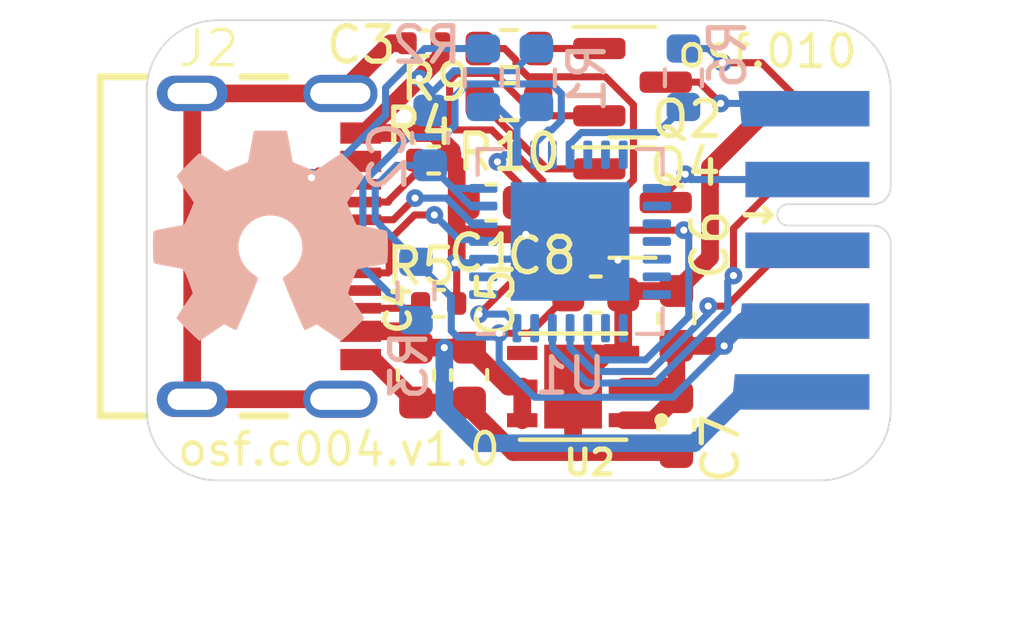
<source format=kicad_pcb>
(kicad_pcb (version 20221018) (generator pcbnew)
  (layers (0 "F.Cu" signal) (31 "B.Cu" signal) (34 "B.Paste" user) (35 "F.Paste" user) (36 "B.SilkS" user "B.Silkscreen") (37 "F.SilkS" user "F.Silkscreen") (38 "B.Mask" user) (39 "F.Mask" user) (44 "Edge.Cuts" user))
  (net 0 "")
  (net 1 "Net-(C3-Pad1)")
  (net 2 "GND")
  (net 3 "+5V")
  (net 4 "+3.3V")
  (net 5 "Net-(J2-CC1)")
  (net 6 "Net-(J2-CC2)")
  (net 7 "/cp2102/RTS")
  (net 8 "Net-(Q2-G)")
  (net 9 "/cp2102/DTR")
  (net 10 "Net-(Q4-G)")
  (net 13 "/cp2102/USB_DP")
  (net 14 "/cp2102/USB_DM")
  (net 15 "Net-(U1-VBUS)")
  (net 16 "/cp2102/~{reset}")
  (net 18 "Net-(U1-~{SUSPEND})")
  (net 31 "/cp2102/UART_RX")
  (net 32 "/cp2102/USRT_TX")
  (net 34 "/ldo/PG")
  (net 36 "Net-(J1-CS{slash}EN)")
  (net 37 "Net-(J1-~{RESET})")
  (footprint "Capacitor_SMD:C_0603_1608Metric" (layer "F.Cu") (at 147.6 100.025 -90)
    (fp_text reference "C4" (at -1.875 0.5 90) (layer "F.SilkS") (effects (font (size 0.7 0.7))))
    (fp_text value "1uF")
    (pad "1" smd roundrect (at -0.775 0 270) (size 0.9 0.95) (layers "F.Cu" "F.Paste" "F.Mask") (net 3 "+5V"))
    (pad "2" smd roundrect (at 0.775 0 270) (size 0.9 0.95) (layers "F.Cu" "F.Paste" "F.Mask") (net 2 "GND"))
  )
  (footprint "Capacitor_SMD:C_0603_1608Metric" (layer "F.Cu") (at 149.725 95.15 180)
    (fp_text reference "C1" (at 0.225 -1.43) (layer "F.SilkS"))
    (fp_text value "1uF")
    (pad "1" smd roundrect (at -0.775 0 180) (size 0.9 0.95) (layers "F.Cu" "F.Paste" "F.Mask") (net 15 "Net-(U1-VBUS)"))
    (pad "2" smd roundrect (at 0.775 0 180) (size 0.9 0.95) (layers "F.Cu" "F.Paste" "F.Mask") (net 2 "GND"))
  )
  (footprint "Capacitor_SMD:C_0402_1005Metric" (layer "F.Cu") (at 147.82 90.65)
    (fp_text reference "C3" (at -1.77 0.05) (layer "F.SilkS"))
    (fp_text value "100pF")
    (pad "1" smd roundrect (at -0.48 0) (size 0.56 0.62) (layers "F.Cu" "F.Paste" "F.Mask") (net 1 "Net-(C3-Pad1)"))
    (pad "2" smd roundrect (at 0.48 0) (size 0.56 0.62) (layers "F.Cu" "F.Paste" "F.Mask") (net 2 "GND"))
  )
  (footprint "Capacitor_SMD:C_0603_1608Metric" (layer "F.Cu") (at 149.1 100.025 -90)
    (fp_text reference "C5" (at -2.025 -0.75 90) (layer "F.SilkS"))
    (fp_text value "10uF")
    (pad "1" smd roundrect (at -0.775 0 270) (size 0.9 0.95) (layers "F.Cu" "F.Paste" "F.Mask") (net 3 "+5V"))
    (pad "2" smd roundrect (at 0.775 0 270) (size 0.9 0.95) (layers "F.Cu" "F.Paste" "F.Mask") (net 2 "GND"))
  )
  (footprint "Resistor_SMD:R_0603_1608Metric" (layer "F.Cu") (at 150.225 92.3 180)
    (fp_text reference "R10" (at 0 -1.43) (layer "F.SilkS"))
    (fp_text value "0R")
    (pad "1" smd roundrect (at -0.825 0 180) (size 0.8 0.95) (layers "F.Cu" "F.Paste" "F.Mask") (net 9 "/cp2102/DTR"))
    (pad "2" smd roundrect (at 0.825 0 180) (size 0.8 0.95) (layers "F.Cu" "F.Paste" "F.Mask") (net 10 "Net-(Q4-G)"))
  )
  (footprint "b051:GCT_USB4105-GF-A" (layer "F.Cu") (at 141.285 96.3875 -90)
    (fp_text reference "J2" (at -5.5875 -0.465) (layer "F.SilkS") (effects (font (thickness 0.1))))
    (fp_text value "USB4105-GF-A")
    (pad "" np_thru_hole circle (at -2.89 -3.68 270) (size 0.65 0.65) (drill 0.65) (layers "*.Cu" "*.Mask"))
    (pad "" np_thru_hole circle (at 2.89 -3.68 270) (size 0.65 0.65) (drill 0.65) (layers "*.Cu" "*.Mask"))
    (pad "A1/B12" smd rect (at -3.2 -4.755 270) (size 0.6 1.15) (layers "F.Cu" "F.Paste" "F.Mask") (net 2 "GND"))
    (pad "A4/B9" smd rect (at -2.4 -4.755 270) (size 0.6 1.15) (layers "F.Cu" "F.Paste" "F.Mask") (net 3 "+5V"))
    (pad "A5" smd rect (at -1.25 -4.755 270) (size 0.3 1.15) (layers "F.Cu" "F.Paste" "F.Mask") (net 5 "Net-(J2-CC1)"))
    (pad "A6" smd rect (at -0.25 -4.755 270) (size 0.3 1.15) (layers "F.Cu" "F.Paste" "F.Mask") (net 13 "/cp2102/USB_DP"))
    (pad "A7" smd rect (at 0.25 -4.755 270) (size 0.3 1.15) (layers "F.Cu" "F.Paste" "F.Mask") (net 14 "/cp2102/USB_DM"))
    (pad "A8" smd rect (at 1.25 -4.755 270) (size 0.3 1.15) (layers "F.Cu" "F.Paste" "F.Mask"))
    (pad "B1/A12" smd rect (at 3.2 -4.755 270) (size 0.6 1.15) (layers "F.Cu" "F.Paste" "F.Mask") (net 2 "GND"))
    (pad "B4/A9" smd rect (at 2.4 -4.755 270) (size 0.6 1.15) (layers "F.Cu" "F.Paste" "F.Mask") (net 3 "+5V"))
    (pad "B5" smd rect (at 1.75 -4.755 270) (size 0.3 1.15) (layers "F.Cu" "F.Paste" "F.Mask") (net 6 "Net-(J2-CC2)"))
    (pad "B6" smd rect (at 0.75 -4.755 270) (size 0.3 1.15) (layers "F.Cu" "F.Paste" "F.Mask") (net 13 "/cp2102/USB_DP"))
    (pad "B7" smd rect (at -0.75 -4.755 270) (size 0.3 1.15) (layers "F.Cu" "F.Paste" "F.Mask") (net 14 "/cp2102/USB_DM"))
    (pad "B8" smd rect (at -1.75 -4.755 270) (size 0.3 1.15) (layers "F.Cu" "F.Paste" "F.Mask"))
    (pad "G1" thru_hole oval (at -4.32 0 270) (size 1 2) (drill oval 0.6 1.4) (layers "*.Cu" "*.Mask") (net 1 "Net-(C3-Pad1)"))
    (pad "G2" thru_hole oval (at 4.32 0 270) (size 1 2) (drill oval 0.6 1.4) (layers "*.Cu" "*.Mask") (net 1 "Net-(C3-Pad1)"))
    (pad "G3" thru_hole oval (at -4.32 -4.18 270) (size 1.05 2.1) (drill oval 0.6 1.7) (layers "*.Cu" "*.Mask") (net 1 "Net-(C3-Pad1)"))
    (pad "G4" thru_hole oval (at 4.32 -4.18 270) (size 1.05 2.1) (drill oval 0.6 1.7) (layers "*.Cu" "*.Mask") (net 1 "Net-(C3-Pad1)"))
  )
  (footprint "Capacitor_SMD:C_0603_1608Metric" (layer "F.Cu") (at 152.675 97.75)
    (fp_text reference "C8" (at -1.525 -1.1) (layer "F.SilkS"))
    (fp_text value "1uF")
    (pad "1" smd roundrect (at -0.775 0) (size 0.9 0.95) (layers "F.Cu" "F.Paste" "F.Mask") (net 4 "+3.3V"))
    (pad "2" smd roundrect (at 0.775 0) (size 0.9 0.95) (layers "F.Cu" "F.Paste" "F.Mask") (net 2 "GND"))
  )
  (footprint "Capacitor_SMD:C_0603_1608Metric" (layer "F.Cu") (at 154.95 101.425 -90)
    (fp_text reference "C7" (at 0.675 -1.25 90) (layer "F.SilkS"))
    (fp_text value "10uF")
    (pad "1" smd roundrect (at -0.775 0 270) (size 0.9 0.95) (layers "F.Cu" "F.Paste" "F.Mask") (net 4 "+3.3V"))
    (pad "2" smd roundrect (at 0.775 0 270) (size 0.9 0.95) (layers "F.Cu" "F.Paste" "F.Mask") (net 2 "GND"))
  )
  (footprint "Package_TO_SOT_SMD:SOT-23" (layer "F.Cu") (at 153.7125 95.15)
    (fp_text reference "Q4" (at 1.4875 -1) (layer "F.SilkS"))
    (fp_text value "NXV55UN")
    (pad "1" smd roundrect (at -0.9375 -0.95) (size 1.475 0.6) (layers "F.Cu" "F.Paste" "F.Mask") (net 10 "Net-(Q4-G)"))
    (pad "2" smd roundrect (at -0.9375 0.95) (size 1.475 0.6) (layers "F.Cu" "F.Paste" "F.Mask") (net 7 "/cp2102/RTS"))
    (pad "3" smd roundrect (at 0.9375 0) (size 1.475 0.6) (layers "F.Cu" "F.Paste" "F.Mask") (net 37 "Net-(J1-~{RESET})"))
  )
  (footprint "Resistor_SMD:R_0402_1005Metric" (layer "F.Cu") (at 148.24 98)
    (fp_text reference "R5" (at -0.49 -1.05) (layer "F.SilkS"))
    (fp_text value "5.1k")
    (pad "1" smd roundrect (at -0.51 0) (size 0.54 0.64) (layers "F.Cu" "F.Paste" "F.Mask") (net 6 "Net-(J2-CC2)"))
    (pad "2" smd roundrect (at 0.51 0) (size 0.54 0.64) (layers "F.Cu" "F.Paste" "F.Mask") (net 2 "GND"))
  )
  (footprint "b121:SON95P300X300X100-7N" (layer "F.Cu") (at 152.035 100.35 180)
    (fp_text reference "U2" (at -0.465 -2.15) (layer "F.SilkS") (effects (font (size 0.7 0.7))))
    (fp_text value "LD39200PU33R")
    (pad "1" smd roundrect (at -1.435 -0.95 180) (size 0.86 0.4) (layers "F.Cu" "F.Paste" "F.Mask") (roundrect_rratio 0.05) (net 4 "+3.3V"))
    (pad "2" smd roundrect (at -1.435 0 180) (size 0.86 0.4) (layers "F.Cu" "F.Paste" "F.Mask") (roundrect_rratio 0.05) (net 4 "+3.3V"))
    (pad "3" smd roundrect (at -1.435 0.95 180) (size 0.86 0.4) (layers "F.Cu" "F.Paste" "F.Mask") (roundrect_rratio 0.05) (net 2 "GND"))
    (pad "4" smd roundrect (at 1.435 0.95 180) (size 0.86 0.4) (layers "F.Cu" "F.Paste" "F.Mask") (roundrect_rratio 0.05) (net 34 "/ldo/PG"))
    (pad "5" smd roundrect (at 1.435 0 180) (size 0.86 0.4) (layers "F.Cu" "F.Paste" "F.Mask") (roundrect_rratio 0.05) (net 3 "+5V"))
    (pad "6" smd roundrect (at 1.435 -0.95 180) (size 0.86 0.4) (layers "F.Cu" "F.Paste" "F.Mask") (roundrect_rratio 0.05) (net 3 "+5V"))
    (pad "7" smd rect (at 0 0 180) (size 1.63 2.37) (layers "F.Cu" "F.Mask") (net 2 "GND"))
  )
  (footprint "Capacitor_SMD:C_0603_1608Metric" (layer "F.Cu") (at 154.95 98.425 90)
    (fp_text reference "C6" (at 2.075 0.95 90) (layer "F.SilkS"))
    (fp_text value "10uF")
    (pad "1" smd roundrect (at -0.775 0 90) (size 0.9 0.95) (layers "F.Cu" "F.Paste" "F.Mask") (net 4 "+3.3V"))
    (pad "2" smd roundrect (at 0.775 0 90) (size 0.9 0.95) (layers "F.Cu" "F.Paste" "F.Mask") (net 2 "GND"))
  )
  (footprint "Resistor_SMD:R_0603_1608Metric" (layer "F.Cu") (at 150.225 90.8)
    (fp_text reference "R9" (at -2.075 0.95) (layer "F.SilkS"))
    (fp_text value "0R")
    (pad "1" smd roundrect (at -0.825 0) (size 0.8 0.95) (layers "F.Cu" "F.Paste" "F.Mask") (net 7 "/cp2102/RTS"))
    (pad "2" smd roundrect (at 0.825 0) (size 0.8 0.95) (layers "F.Cu" "F.Paste" "F.Mask") (net 8 "Net-(Q2-G)"))
  )
  (footprint "Resistor_SMD:R_0402_1005Metric" (layer "F.Cu") (at 148.1 93.95)
    (fp_text reference "R4" (at -0.39 -0.95) (layer "F.SilkS"))
    (fp_text value "5.1k")
    (pad "1" smd roundrect (at -0.51 0) (size 0.54 0.64) (layers "F.Cu" "F.Paste" "F.Mask") (net 5 "Net-(J2-CC1)"))
    (pad "2" smd roundrect (at 0.51 0) (size 0.54 0.64) (layers "F.Cu" "F.Paste" "F.Mask") (net 2 "GND"))
  )
  (footprint "Package_TO_SOT_SMD:SOT-23" (layer "F.Cu") (at 153.7125 91.75)
    (fp_text reference "Q2" (at 1.5375 1.05) (layer "F.SilkS"))
    (fp_text value "NXV55UN")
    (pad "1" smd roundrect (at -0.9375 -0.95) (size 1.475 0.6) (layers "F.Cu" "F.Paste" "F.Mask") (net 8 "Net-(Q2-G)"))
    (pad "2" smd roundrect (at -0.9375 0.95) (size 1.475 0.6) (layers "F.Cu" "F.Paste" "F.Mask") (net 9 "/cp2102/DTR"))
    (pad "3" smd roundrect (at 0.9375 0) (size 1.475 0.6) (layers "F.Cu" "F.Paste" "F.Mask") (net 36 "Net-(J1-CS{slash}EN)"))
  )
  (footprint "on_edge:on_edge_2x05_host" (layer "F.Cu") (at 161 96.5 -90)
    (fp_text reference "J1")
    (fp_text value "010_UART")
    (fp_line (start -4 0) (end -1.8 0) (stroke (width 0.05)) (layer "Edge.Cuts"))
    (fp_line (start -1.3 0.5) (end -1.3 2.9) (stroke (width 0.05)) (layer "Edge.Cuts"))
    (fp_line (start -0.7 2.9) (end -0.7 0.5) (stroke (width 0.05)) (layer "Edge.Cuts"))
    (fp_line (start -0.2 0) (end 4 0) (stroke (width 0.05)) (layer "Edge.Cuts"))
    (fp_arc (start -1.8 0) (mid -1.446447 0.146447) (end -1.3 0.5) (stroke (width 0.05)) (layer "Edge.Cuts"))
    (fp_arc (start -0.7 0.5) (mid -0.553553 0.146447) (end -0.2 0) (stroke (width 0.05)) (layer "Edge.Cuts"))
    (fp_arc (start -0.7 2.9) (mid -1 3.2) (end -1.3 2.9) (stroke (width 0.05)) (layer "Edge.Cuts"))
    (pad "1" smd rect (at -4 2.35 270) (size 1 3.5) (layers "F.Cu" "F.Mask") (net 2 "GND"))
    (pad "2" smd rect (at -2 2.35 270) (size 1 3.5) (layers "F.Cu" "F.Mask") (net 32 "/cp2102/USRT_TX"))
    (pad "3" smd rect (at 0 2.35 270) (size 1 3.5) (layers "F.Cu" "F.Mask") (net 31 "/cp2102/UART_RX"))
    (pad "4" smd rect (at 2 2.35 270) (size 1 3.5) (layers "F.Cu" "F.Mask"))
    (pad "5" smd rect (at 4 2.35 270) (size 1 3.5) (layers "F.Cu" "F.Mask"))
    (pad "6" smd custom (at -4 2.4 90) (size 1 3.6) (layers "B.Cu" "B.Mask") (net 36 "Net-(J1-CS{slash}EN)") (options (clearance outline) (anchor rect)) (primitives (gr_poly (pts (xy 0.5 -1.8) (xy -0.5 -1.8) (xy 0.5 -1.9)) (width 0) (fill yes))))
    (pad "7" smd rect (at -2 2.35 90) (size 1 3.5) (layers "B.Cu" "B.Mask") (net 37 "Net-(J1-~{RESET})"))
    (pad "8" smd rect (at 0 2.35 90) (size 1 3.5) (layers "B.Cu" "B.Mask"))
    (pad "9" smd custom (at 2 2.4 90) (size 1 3.6) (layers "B.Cu" "B.Mask") (net 4 "+3.3V") (options (clearance outline) (anchor rect)) (primitives (gr_poly (pts (xy 0.5 -1.8) (xy -0.5 -1.8) (xy -0.5 -1.9)) (width 0) (fill yes))))
    (pad "10" smd custom (at 4 2.5 90) (size 1 3.8) (layers "B.Cu" "B.Mask") (net 3 "+5V") (options (clearance outline) (anchor rect)) (primitives (gr_poly (pts (xy 0.5 -1.9) (xy -0.5 -1.9) (xy -0.5 -2)) (width 0) (fill yes))))
  )
  (footprint "Capacitor_SMD:C_0603_1608Metric" (layer "B.Cu") (at 148 93.325 90)
    (fp_text reference "C2" (at -0.525 -1.2 90) (layer "B.SilkS") (effects (justify mirror)))
    (fp_text value "10uF")
    (pad "1" smd roundrect (at -0.775 0 90) (size 0.9 0.95) (layers "B.Cu" "B.Paste" "B.Mask") (net 4 "+3.3V"))
    (pad "2" smd roundrect (at 0.775 0 90) (size 0.9 0.95) (layers "B.Cu" "B.Paste" "B.Mask") (net 2 "GND"))
  )
  (footprint "Resistor_SMD:R_0603_1608Metric" (layer "B.Cu") (at 149.5 91.625 -90)
    (fp_text reference "R2" (at -0.925 1.6 -180) (layer "B.SilkS") (effects (justify mirror)))
    (fp_text value "22.1k")
    (pad "1" smd roundrect (at -0.825 0 270) (size 0.8 0.95) (layers "B.Cu" "B.Paste" "B.Mask") (net 3 "+5V"))
    (pad "2" smd roundrect (at 0.825 0 270) (size 0.8 0.95) (layers "B.Cu" "B.Paste" "B.Mask") (net 15 "Net-(U1-VBUS)"))
  )
  (footprint "Package_DFN_QFN:QFN-28-1EP_5x5mm_P0.5mm_EP3.35x3.35mm" (layer "B.Cu") (at 151.95 96.25)
    (fp_text reference "U1" (at 0 3.8) (layer "B.SilkS") (effects (justify mirror)))
    (fp_text value "CP2102N-Axx-xQFN28")
    (pad "1" smd roundrect (at -2.45 1.5) (size 0.8 0.25) (layers "B.Cu" "B.Paste" "B.Mask"))
    (pad "2" smd roundrect (at -2.45 1) (size 0.8 0.25) (layers "B.Cu" "B.Paste" "B.Mask"))
    (pad "3" smd roundrect (at -2.45 0.5) (size 0.8 0.25) (layers "B.Cu" "B.Paste" "B.Mask") (net 2 "GND"))
    (pad "4" smd roundrect (at -2.45 0) (size 0.8 0.25) (layers "B.Cu" "B.Paste" "B.Mask") (net 13 "/cp2102/USB_DP"))
    (pad "5" smd roundrect (at -2.45 -0.5) (size 0.8 0.25) (layers "B.Cu" "B.Paste" "B.Mask") (net 14 "/cp2102/USB_DM"))
    (pad "6" smd roundrect (at -2.45 -1) (size 0.8 0.25) (layers "B.Cu" "B.Paste" "B.Mask") (net 4 "+3.3V"))
    (pad "7" smd roundrect (at -2.45 -1.5) (size 0.8 0.25) (layers "B.Cu" "B.Paste" "B.Mask") (net 4 "+3.3V"))
    (pad "8" smd roundrect (at -1.5 -2.45) (size 0.25 0.8) (layers "B.Cu" "B.Paste" "B.Mask") (net 15 "Net-(U1-VBUS)"))
    (pad "9" smd roundrect (at -1 -2.45) (size 0.25 0.8) (layers "B.Cu" "B.Paste" "B.Mask") (net 16 "/cp2102/~{reset}"))
    (pad "10" smd roundrect (at -0.5 -2.45) (size 0.25 0.8) (layers "B.Cu" "B.Paste" "B.Mask"))
    (pad "11" smd roundrect (at 0 -2.45) (size 0.25 0.8) (layers "B.Cu" "B.Paste" "B.Mask") (net 18 "Net-(U1-~{SUSPEND})"))
    (pad "12" smd roundrect (at 0.5 -2.45) (size 0.25 0.8) (layers "B.Cu" "B.Paste" "B.Mask"))
    (pad "13" smd roundrect (at 1 -2.45) (size 0.25 0.8) (layers "B.Cu" "B.Paste" "B.Mask"))
    (pad "14" smd roundrect (at 1.5 -2.45) (size 0.25 0.8) (layers "B.Cu" "B.Paste" "B.Mask"))
    (pad "15" smd roundrect (at 2.45 -1.5) (size 0.8 0.25) (layers "B.Cu" "B.Paste" "B.Mask"))
    (pad "16" smd roundrect (at 2.45 -1) (size 0.8 0.25) (layers "B.Cu" "B.Paste" "B.Mask"))
    (pad "17" smd roundrect (at 2.45 -0.5) (size 0.8 0.25) (layers "B.Cu" "B.Paste" "B.Mask"))
    (pad "18" smd roundrect (at 2.45 0) (size 0.8 0.25) (layers "B.Cu" "B.Paste" "B.Mask"))
    (pad "19" smd roundrect (at 2.45 0.5) (size 0.8 0.25) (layers "B.Cu" "B.Paste" "B.Mask"))
    (pad "20" smd roundrect (at 2.45 1) (size 0.8 0.25) (layers "B.Cu" "B.Paste" "B.Mask"))
    (pad "21" smd roundrect (at 2.45 1.5) (size 0.8 0.25) (layers "B.Cu" "B.Paste" "B.Mask"))
    (pad "22" smd roundrect (at 1.5 2.45) (size 0.25 0.8) (layers "B.Cu" "B.Paste" "B.Mask"))
    (pad "23" smd roundrect (at 1 2.45) (size 0.25 0.8) (layers "B.Cu" "B.Paste" "B.Mask"))
    (pad "24" smd roundrect (at 0.5 2.45) (size 0.25 0.8) (layers "B.Cu" "B.Paste" "B.Mask") (net 7 "/cp2102/RTS"))
    (pad "25" smd roundrect (at 0 2.45) (size 0.25 0.8) (layers "B.Cu" "B.Paste" "B.Mask") (net 31 "/cp2102/UART_RX"))
    (pad "26" smd roundrect (at -0.5 2.45) (size 0.25 0.8) (layers "B.Cu" "B.Paste" "B.Mask") (net 32 "/cp2102/USRT_TX"))
    (pad "27" smd roundrect (at -1 2.45) (size 0.25 0.8) (layers "B.Cu" "B.Paste" "B.Mask"))
    (pad "28" smd roundrect (at -1.5 2.45) (size 0.25 0.8) (layers "B.Cu" "B.Paste" "B.Mask") (net 9 "/cp2102/DTR"))
    (pad "29" smd rect (at 0 0) (size 3.35 3.35) (layers "B.Cu" "B.Mask") (net 2 "GND"))
  )
  (footprint "Resistor_SMD:R_0603_1608Metric" (layer "B.Cu") (at 147.6 97.65 -90)
    (fp_text reference "R3" (at 2.1 0.2 90) (layer "B.SilkS") (effects (justify mirror)))
    (fp_text value "1k")
    (pad "1" smd roundrect (at -0.825 0 270) (size 0.8 0.95) (layers "B.Cu" "B.Paste" "B.Mask") (net 4 "+3.3V"))
    (pad "2" smd roundrect (at 0.825 0 270) (size 0.8 0.95) (layers "B.Cu" "B.Paste" "B.Mask") (net 16 "/cp2102/~{reset}"))
  )
  (footprint "Symbol:OSHW-Symbol_6.7x6mm_SilkScreen" (layer "B.Cu") (at 143.5 96.1 180)
    (fp_text reference "LOGO1" hide)
    (fp_text value "Logo_Open_Hardware_Small" hide)
  )
  (footprint "Resistor_SMD:R_0603_1608Metric" (layer "B.Cu") (at 155.15 91.625 90)
    (fp_text reference "R6" (at 0.675 1.25 90) (layer "B.SilkS") (effects (justify mirror)))
    (fp_text value "10k")
    (pad "1" smd roundrect (at -0.825 0 90) (size 0.8 0.95) (layers "B.Cu" "B.Paste" "B.Mask") (net 18 "Net-(U1-~{SUSPEND})"))
    (pad "2" smd roundrect (at 0.825 0 90) (size 0.8 0.95) (layers "B.Cu" "B.Paste" "B.Mask") (net 2 "GND"))
  )
  (footprint "Resistor_SMD:R_0603_1608Metric" (layer "B.Cu") (at 151 91.625 90)
    (fp_text reference "R1" (at 0 1.43 90) (layer "B.SilkS") (effects (justify mirror)))
    (fp_text value "47.5k")
    (pad "1" smd roundrect (at -0.825 0 90) (size 0.8 0.95) (layers "B.Cu" "B.Paste" "B.Mask") (net 15 "Net-(U1-VBUS)"))
    (pad "2" smd roundrect (at 0.825 0 90) (size 0.8 0.95) (layers "B.Cu" "B.Paste" "B.Mask") (net 2 "GND"))
  )
  (gr_line (start 142 90) (end 159 90) (stroke (width 0.05)) (layer "Edge.Cuts"))
  (gr_arc (start 161 101) (mid 160.414214 102.414214) (end 159 103) (stroke (width 0.05)) (layer "Edge.Cuts"))
  (gr_line (start 159 103) (end 142 103) (stroke (width 0.05)) (layer "Edge.Cuts"))
  (gr_line (start 161 92.5) (end 161 92) (stroke (width 0.05)) (layer "Edge.Cuts"))
  (gr_arc (start 159 90) (mid 160.414214 90.585786) (end 161 92) (stroke (width 0.05)) (layer "Edge.Cuts"))
  (gr_arc (start 142 103) (mid 140.585786 102.414214) (end 140 101) (stroke (width 0.05)) (layer "Edge.Cuts"))
  (gr_line (start 140 101) (end 140 92) (stroke (width 0.05)) (layer "Edge.Cuts"))
  (gr_arc (start 140 92) (mid 140.585786 90.585786) (end 142 90) (stroke (width 0.05)) (layer "Edge.Cuts"))
  (gr_line (start 161 101) (end 161 100.5) (stroke (width 0.05)) (layer "Edge.Cuts"))
  (gr_text "osf.c004.v1.0" (at 140.8 102.65) (layer "F.SilkS") (effects (font (size 0.9 0.9) (thickness 0.13)) (justify left bottom)))
  (gr_text "osf.010" (at 154.9 91.4) (layer "F.SilkS") (effects (font (size 0.9 0.9) (thickness 0.13)) (justify left bottom)))
  (segment (start 147.34 90.65) (end 146.8825 90.65) (width 0.5) (layer "F.Cu") (net 1))
  (segment (start 141.285 92.0675) (end 141.285 100.7075) (width 0.5) (layer "F.Cu") (net 1))
  (segment (start 141.285 100.7075) (end 145.465 100.7075) (width 0.5) (layer "F.Cu") (net 1))
  (segment (start 141.285 92.0675) (end 145.465 92.0675) (width 0.5) (layer "F.Cu") (net 1))
  (segment (start 146.8825 90.65) (end 145.465 92.0675) (width 0.5) (layer "F.Cu") (net 1))
  (segment (start 148.3 91.033121) (end 148.3 90.65) (width 0.5) (layer "F.Cu") (net 2))
  (segment (start 154.95 102.2) (end 152.15 102.2) (width 0.5) (layer "F.Cu") (net 2))
  (segment (start 147.6 100.8) (end 149.1 100.8) (width 0.5) (layer "F.Cu") (net 2))
  (segment (start 156.25 91.2) (end 157.35 91.2) (width 0.2) (layer "F.Cu") (net 2))
  (segment (start 150.7 96.05) (end 148.75 96.05) (width 0.5) (layer "F.Cu") (net 2))
  (segment (start 158.65 92.5) (end 157.55 92.5) (width 0.5) (layer "F.Cu") (net 2))
  (segment (start 157.35 91.2) (end 158.65 92.5) (width 0.2) (layer "F.Cu") (net 2))
  (segment (start 146.3875 99.5875) (end 147.6 100.8) (width 0.5) (layer "F.Cu") (net 2))
  (segment (start 153.3 97.6) (end 153.45 97.75) (width 0.5) (layer "F.Cu") (net 2))
  (segment (start 146.145621 93.1875) (end 147.69156 91.64156) (width 0.5) (layer "F.Cu") (net 2))
  (segment (start 148.11292 93.1875) (end 146.04 93.1875) (width 0.5) (layer "F.Cu") (net 2))
  (segment (start 148.75 96.9) (end 148.7 96.85) (width 0.2) (layer "F.Cu") (net 2))
  (segment (start 153.55 97.65) (end 153.45 97.75) (width 0.5) (layer "F.Cu") (net 2))
  (segment (start 147.69156 91.64156) (end 148.3 91.033121) (width 0.5) (layer "F.Cu") (net 2))
  (segment (start 148.75 94.09) (end 148.75 96.05) (width 0.5) (layer "F.Cu") (net 2))
  (segment (start 146.04 93.1875) (end 146.145621 93.1875) (width 0.5) (layer "F.Cu") (net 2))
  (segment (start 153.47 99.4) (end 152.985 99.4) (width 0.5) (layer "F.Cu") (net 2))
  (segment (start 153.3 96.7765) (end 153.3 97.6) (width 0.5) (layer "F.Cu") (net 2))
  (segment (start 152.035 100.35) (end 152.035 102.085) (width 0.5) (layer "F.Cu") (net 2))
  (segment (start 155.9 94.15) (end 155.9 96.7) (width 0.5) (layer "F.Cu") (net 2))
  (segment (start 148.75 96.8) (end 148.7 96.85) (width 0.5) (layer "F.Cu") (net 2))
  (segment (start 148.75 98) (end 148.75 96.9) (width 0.2) (layer "F.Cu") (net 2))
  (segment (start 152.035 102.085) (end 152.15 102.2) (width 0.5) (layer "F.Cu") (net 2))
  (segment (start 152.985 99.4) (end 152.035 100.35) (width 0.5) (layer "F.Cu") (net 2))
  (segment (start 150.348557 102.2) (end 149.1 100.951443) (width 0.5) (layer "F.Cu") (net 2))
  (segment (start 152.15 102.2) (end 150.348557 102.2) (width 0.5) (layer "F.Cu") (net 2))
  (segment (start 155.9 96.7) (end 154.95 97.65) (width 0.5) (layer "F.Cu") (net 2))
  (segment (start 153.45 97.75) (end 153.45 99.38) (width 0.5) (layer "F.Cu") (net 2))
  (segment (start 148.61 93.95) (end 148.61 93.68458) (width 0.5) (layer "F.Cu") (net 2))
  (segment (start 148.61 93.68458) (end 148.11292 93.1875) (width 0.5) (layer "F.Cu") (net 2))
  (segment (start 149.1 100.951443) (end 149.1 100.8) (width 0.5) (layer "F.Cu") (net 2))
  (segment (start 148.61 93.95) (end 148.75 94.09) (width 0.5) (layer "F.Cu") (net 2))
  (segment (start 153.45 99.38) (end 153.47 99.4) (width 0.5) (layer "F.Cu") (net 2))
  (segment (start 146.04 99.5875) (end 146.3875 99.5875) (width 0.5) (layer "F.Cu") (net 2))
  (segment (start 154.95 97.65) (end 153.55 97.65) (width 0.5) (layer "F.Cu") (net 2))
  (segment (start 148.75 96.05) (end 148.75 96.8) (width 0.5) (layer "F.Cu") (net 2))
  (segment (start 157.55 92.5) (end 155.9 94.15) (width 0.5) (layer "F.Cu") (net 2))
  (via (at 150.7 96.05) (size 0.5) (drill 0.2) (layers "F.Cu" "B.Cu") (net 2))
  (via (at 148.7 96.85) (size 0.5) (drill 0.2) (layers "F.Cu" "B.Cu") (net 2))
  (via (at 147.69156 91.64156) (size 0.5) (drill 0.2) (layers "F.Cu" "B.Cu") (net 2))
  (via (at 156.25 91.2) (size 0.5) (drill 0.2) (layers "F.Cu" "B.Cu") (net 2))
  (via (at 153.3 96.7765) (size 0.5) (drill 0.2) (layers "F.Cu" "B.Cu") (net 2))
  (segment (start 150.373 91.427) (end 148.673 91.427) (width 0.2) (layer "B.Cu") (net 2))
  (segment (start 155.15 90.8) (end 155.85 90.8) (width 0.2) (layer "B.Cu") (net 2))
  (segment (start 148 92.55) (end 148 91.95) (width 0.2) (layer "B.Cu") (net 2))
  (segment (start 151.95 96.25) (end 152.7735 96.25) (width 0.5) (layer "B.Cu") (net 2))
  (segment (start 155.85 90.8) (end 156.25 91.2) (width 0.2) (layer "B.Cu") (net 2))
  (segment (start 149.4 96.85) (end 149.5 96.75) (width 0.2) (layer "B.Cu") (net 2))
  (segment (start 148 91.95) (end 147.69156 91.64156) (width 0.2) (layer "B.Cu") (net 2))
  (segment (start 151.45 96.75) (end 151.95 96.25) (width 0.2) (layer "B.Cu") (net 2))
  (segment (start 148 92.1) (end 148 92.55) (width 0.2) (layer "B.Cu") (net 2))
  (segment (start 148.673 91.427) (end 148 92.1) (width 0.2) (layer "B.Cu") (net 2))
  (segment (start 152.7735 96.25) (end 153.3 96.7765) (width 0.5) (layer "B.Cu") (net 2))
  (segment (start 149.5 96.75) (end 151.45 96.75) (width 0.2) (layer "B.Cu") (net 2))
  (segment (start 148.7 96.85) (end 149.4 96.85) (width 0.2) (layer "B.Cu") (net 2))
  (segment (start 151 90.8) (end 150.373 91.427) (width 0.2) (layer "B.Cu") (net 2))
  (segment (start 144.8395 94.2605) (end 145.1895 94.2605) (width 0.2) (layer "F.Cu") (net 3))
  (segment (start 145.1895 94.2605) (end 145.4625 93.9875) (width 0.2) (layer "F.Cu") (net 3))
  (segment (start 144.65 94.45) (end 144.65 98.007906) (width 0.2) (layer "F.Cu") (net 3))
  (segment (start 144.65 94.45) (end 144.8395 94.2605) (width 0.2) (layer "F.Cu") (net 3))
  (segment (start 146.04 98.7875) (end 147.1375 98.7875) (width 0.5) (layer "F.Cu") (net 3))
  (segment (start 144.65 98.007906) (end 145.429594 98.7875) (width 0.2) (layer "F.Cu") (net 3))
  (segment (start 147.1375 98.7875) (end 147.6 99.25) (width 0.5) (layer "F.Cu") (net 3))
  (segment (start 150.6 101.3) (end 150.6 100.35) (width 0.5) (layer "F.Cu") (net 3))
  (segment (start 150.2 100.35) (end 149.1 99.25) (width 0.5) (layer "F.Cu") (net 3))
  (segment (start 150.6 100.35) (end 150.2 100.35) (width 0.5) (layer "F.Cu") (net 3))
  (segment (start 145.4625 93.9875) (end 146.04 93.9875) (width 0.2) (layer "F.Cu") (net 3))
  (segment (start 148.4 99.25) (end 147.6 99.25) (width 0.5) (layer "F.Cu") (net 3))
  (segment (start 145.429594 98.7875) (end 146.04 98.7875) (width 0.2) (layer "F.Cu") (net 3))
  (segment (start 149.1 99.25) (end 148.4 99.25) (width 0.5) (layer "F.Cu") (net 3))
  (via (at 148.4 99.25) (size 0.5) (drill 0.2) (layers "F.Cu" "B.Cu") (net 3))
  (via (at 144.65 94.45) (size 0.5) (drill 0.2) (layers "F.Cu" "B.Cu") (net 3))
  (segment (start 149.35 101.95) (end 148.4 101) (width 0.5) (layer "B.Cu") (net 3))
  (segment (start 148.4 101) (end 148.4 99.25) (width 0.5) (layer "B.Cu") (net 3))
  (segment (start 147.85 90.8) (end 146.742 91.908) (width 0.2) (layer "B.Cu") (net 3))
  (segment (start 158.5 100.5) (end 156.9 100.5) (width 0.5) (layer "B.Cu") (net 3))
  (segment (start 156.9 100.5) (end 155.45 101.95) (width 0.5) (layer "B.Cu") (net 3))
  (segment (start 146.742 92.675094) (end 144.967094 94.45) (width 0.2) (layer "B.Cu") (net 3))
  (segment (start 146.742 91.908) (end 146.742 92.675094) (width 0.2) (layer "B.Cu") (net 3))
  (segment (start 149.5 90.8) (end 147.85 90.8) (width 0.2) (layer "B.Cu") (net 3))
  (segment (start 155.45 101.95) (end 149.35 101.95) (width 0.5) (layer "B.Cu") (net 3))
  (segment (start 144.967094 94.45) (end 144.65 94.45) (width 0.2) (layer "B.Cu") (net 3))
  (segment (start 149.9485 98.841524) (end 150.808476 98.841524) (width 0.2) (layer "F.Cu") (net 4))
  (segment (start 154.95 99.2) (end 154.95 100.65) (width 0.5) (layer "F.Cu") (net 4))
  (segment (start 154.3 101.3) (end 154.95 100.65) (width 0.5) (layer "F.Cu") (net 4))
  (segment (start 153.47 100.35) (end 154.65 100.35) (width 0.5) (layer "F.Cu") (net 4))
  (segment (start 153.47 101.3) (end 154.3 101.3) (width 0.5) (layer "F.Cu") (net 4))
  (segment (start 156.3 99.2) (end 154.95 99.2) (width 0.5) (layer "F.Cu") (net 4))
  (segment (start 154.65 100.35) (end 154.95 100.65) (width 0.5) (layer "F.Cu") (net 4))
  (segment (start 150.808476 98.841524) (end 151.9 97.75) (width 0.2) (layer "F.Cu") (net 4))
  (via (at 149.9485 98.841524) (size 0.5) (drill 0.2) (layers "F.Cu" "B.Cu") (net 4))
  (via (at 156.3 99.2) (size 0.5) (drill 0.2) (layers "F.Cu" "B.Cu") (net 4))
  (segment (start 148.77458 98.95) (end 148.59758 98.773) (width 0.2) (layer "B.Cu") (net 4))
  (segment (start 149.5 94.75) (end 148.65 94.75) (width 0.2) (layer "B.Cu") (net 4))
  (segment (start 147.6 96.8) (end 146.45 95.65) (width 0.2) (layer "B.Cu") (net 4))
  (segment (start 149.15 95.25) (end 148.65 94.75) (width 0.2) (layer "B.Cu") (net 4))
  (segment (start 149.840024 98.95) (end 148.77458 98.95) (width 0.2) (layer "B.Cu") (net 4))
  (segment (start 156.3 99.05) (end 156.85 98.5) (width 0.5) (layer "B.Cu") (net 4))
  (segment (start 150.95 100.65) (end 154.85 100.65) (width 0.2) (layer "B.Cu") (net 4))
  (segment (start 148.65 94.75) (end 148 94.1) (width 0.2) (layer "B.Cu") (net 4))
  (segment (start 149.9485 98.841524) (end 149.840024 98.95) (width 0.2) (layer "B.Cu") (net 4))
  (segment (start 154.85 100.65) (end 156.3 99.2) (width 0.2) (layer "B.Cu") (net 4))
  (segment (start 146.45 95.65) (end 146.45 94.7) (width 0.2) (layer "B.Cu") (net 4))
  (segment (start 149.9485 98.841524) (end 149.9485 99.6485) (width 0.2) (layer "B.Cu") (net 4))
  (segment (start 147.6 96.825) (end 147.6 96.8) (width 0.2) (layer "B.Cu") (net 4))
  (segment (start 156.85 98.5) (end 158.6 98.5) (width 0.5) (layer "B.Cu") (net 4))
  (segment (start 146.45 94.7) (end 147.05 94.1) (width 0.2) (layer "B.Cu") (net 4))
  (segment (start 148.59758 98.773) (end 148.59758 97.82258) (width 0.2) (layer "B.Cu") (net 4))
  (segment (start 156.3 99.2) (end 156.3 99.05) (width 0.5) (layer "B.Cu") (net 4))
  (segment (start 148.59758 97.82258) (end 147.6 96.825) (width 0.2) (layer "B.Cu") (net 4))
  (segment (start 149.5 95.25) (end 149.15 95.25) (width 0.2) (layer "B.Cu") (net 4))
  (segment (start 149.9485 99.6485) (end 150.95 100.65) (width 0.2) (layer "B.Cu") (net 4))
  (segment (start 147.05 94.1) (end 148 94.1) (width 0.2) (layer "B.Cu") (net 4))
  (segment (start 146.823 95.1295) (end 146.823 95.10242) (width 0.2) (layer "F.Cu") (net 5))
  (segment (start 147.59 94.33542) (end 147.59 93.95) (width 0.2) (layer "F.Cu") (net 5))
  (segment (start 146.823 95.10242) (end 147.59 94.33542) (width 0.2) (layer "F.Cu") (net 5))
  (segment (start 146.815 95.1375) (end 146.823 95.1295) (width 0.2) (layer "F.Cu") (net 5))
  (segment (start 146.04 95.1375) (end 146.815 95.1375) (width 0.2) (layer "F.Cu") (net 5))
  (segment (start 146.04 98.1375) (end 147.5925 98.1375) (width 0.2) (layer "F.Cu") (net 6))
  (segment (start 147.5925 98.1375) (end 147.73 98) (width 0.2) (layer "F.Cu") (net 6))
  (segment (start 149.4 90.8) (end 150.1 90.8) (width 0.2) (layer "F.Cu") (net 7))
  (segment (start 152.775 95.475) (end 152.775 96.1) (width 0.2) (layer "F.Cu") (net 7))
  (segment (start 150.423 91.123) (end 150.423 91.251869) (width 0.2) (layer "F.Cu") (net 7))
  (segment (start 153.7395 92.3895) (end 153.7395 94.5105) (width 0.2) (layer "F.Cu") (net 7))
  (segment (start 152.944132 95.930868) (end 152.775 96.1) (width 0.2) (layer "F.Cu") (net 7))
  (segment (start 150.423 91.251869) (end 150.769131 91.598) (width 0.2) (layer "F.Cu") (net 7))
  (segment (start 150.769131 91.598) (end 152.948 91.598) (width 0.2) (layer "F.Cu") (net 7))
  (segment (start 155.160242 95.930868) (end 152.944132 95.930868) (width 0.2) (layer "F.Cu") (net 7))
  (segment (start 150.1 90.8) (end 150.423 91.123) (width 0.2) (layer "F.Cu") (net 7))
  (segment (start 152.948 91.598) (end 153.7395 92.3895) (width 0.2) (layer "F.Cu") (net 7))
  (segment (start 153.7395 94.5105) (end 152.775 95.475) (width 0.2) (layer "F.Cu") (net 7))
  (via (at 155.160242 95.930868) (size 0.5) (drill 0.2) (layers "F.Cu" "B.Cu") (net 7))
  (segment (start 155.3 96.070626) (end 155.3 98.375104) (width 0.2) (layer "B.Cu") (net 7))
  (segment (start 152.45 99.287552) (end 152.45 98.7) (width 0.2) (layer "B.Cu") (net 7))
  (segment (start 155.3 98.375104) (end 154.079104 99.596) (width 0.2) (layer "B.Cu") (net 7))
  (segment (start 155.160242 95.930868) (end 155.3 96.070626) (width 0.2) (layer "B.Cu") (net 7))
  (segment (start 154.079104 99.596) (end 152.758448 99.596) (width 0.2) (layer "B.Cu") (net 7))
  (segment (start 152.758448 99.596) (end 152.45 99.287552) (width 0.2) (layer "B.Cu") (net 7))
  (segment (start 152.775 90.8) (end 151.05 90.8) (width 0.2) (layer "F.Cu") (net 8))
  (segment (start 151.45 92.7) (end 151.05 92.3) (width 0.2) (layer "F.Cu") (net 9))
  (segment (start 149.798 91.502) (end 148.748001 91.502) (width 0.2) (layer "F.Cu") (net 9))
  (segment (start 148.55 91.700001) (end 148.55 92.95) (width 0.2) (layer "F.Cu") (net 9))
  (segment (start 148.7 93.1) (end 149.737552 93.1) (width 0.2) (layer "F.Cu") (net 9))
  (segment (start 148.55 92.95) (end 148.7 93.1) (width 0.2) (layer "F.Cu") (net 9))
  (segment (start 148.748001 91.502) (end 148.55 91.700001) (width 0.2) (layer "F.Cu") (net 9))
  (segment (start 151.05 92.3) (end 150.6 92.3) (width 0.2) (layer "F.Cu") (net 9))
  (segment (start 151.177 96.512341) (end 149.381541 98.3078) (width 0.2) (layer "F.Cu") (net 9))
  (segment (start 150.6 92.3) (end 149.8 91.5) (width 0.2) (layer "F.Cu") (net 9))
  (segment (start 149.8 91.5) (end 149.798 91.502) (width 0.2) (layer "F.Cu") (net 9))
  (segment (start 151.177 94.539448) (end 151.177 96.512341) (width 0.2) (layer "F.Cu") (net 9))
  (segment (start 152.775 92.7) (end 151.45 92.7) (width 0.2) (layer "F.Cu") (net 9))
  (segment (start 149.737552 93.1) (end 151.177 94.539448) (width 0.2) (layer "F.Cu") (net 9))
  (via (at 149.381541 98.3078) (size 0.5) (drill 0.2) (layers "F.Cu" "B.Cu") (net 9))
  (segment (start 150.146567 98.302204) (end 149.387137 98.302204) (width 0.2) (layer "B.Cu") (net 9))
  (segment (start 150.45 98.605637) (end 150.146567 98.302204) (width 0.2) (layer "B.Cu") (net 9))
  (segment (start 149.387137 98.302204) (end 149.381541 98.3078) (width 0.2) (layer "B.Cu") (net 9))
  (segment (start 150.45 98.7) (end 150.45 98.605637) (width 0.2) (layer "B.Cu") (net 9))
  (segment (start 151.3 94.2) (end 152.775 94.2) (width 0.2) (layer "F.Cu") (net 10))
  (segment (start 149.4 92.3) (end 151.3 94.2) (width 0.2) (layer "F.Cu") (net 10))
  (segment (start 148.11856 95.501147) (end 147.560595 95.501147) (width 0.2) (layer "F.Cu") (net 13))
  (segment (start 146.924242 96.1375) (end 146.75 96.1375) (width 0.2) (layer "F.Cu") (net 13))
  (segment (start 146.815 96.1375) (end 146.75 96.1375) (width 0.2) (layer "F.Cu") (net 13))
  (segment (start 147.560595 95.501147) (end 146.924242 96.1375) (width 0.2) (layer "F.Cu") (net 13))
  (segment (start 146.842 96.1645) (end 146.815 96.1375) (width 0.2) (layer "F.Cu") (net 13))
  (segment (start 146.04 97.1375) (end 146.815 97.1375) (width 0.2) (layer "F.Cu") (net 13))
  (segment (start 146.75 96.1375) (end 146.04 96.1375) (width 0.2) (layer "F.Cu") (net 13))
  (segment (start 146.815 97.1375) (end 146.842 97.1105) (width 0.2) (layer "F.Cu") (net 13))
  (segment (start 146.842 97.1105) (end 146.842 96.1645) (width 0.2) (layer "F.Cu") (net 13))
  (via (at 148.11856 95.501147) (size 0.5) (drill 0.2) (layers "F.Cu" "B.Cu") (net 13))
  (segment (start 148.11856 95.501147) (end 148.817413 96.2) (width 0.2) (layer "B.Cu") (net 13))
  (segment (start 149.45 96.2) (end 149.5 96.25) (width 0.2) (layer "B.Cu") (net 13))
  (segment (start 148.817413 96.2) (end 149.45 96.2) (width 0.2) (layer "B.Cu") (net 13))
  (segment (start 145.238 96.6105) (end 145.265 96.6375) (width 0.2) (layer "F.Cu") (net 14))
  (segment (start 146.04 95.6375) (end 145.265 95.6375) (width 0.2) (layer "F.Cu") (net 14))
  (segment (start 147.574647 95.024647) (end 146.961794 95.6375) (width 0.2) (layer "F.Cu") (net 14))
  (segment (start 145.238 95.6645) (end 145.238 96.6105) (width 0.2) (layer "F.Cu") (net 14))
  (segment (start 146.961794 95.6375) (end 146.04 95.6375) (width 0.2) (layer "F.Cu") (net 14))
  (segment (start 145.265 96.6375) (end 146.04 96.6375) (width 0.2) (layer "F.Cu") (net 14))
  (segment (start 145.265 95.6375) (end 145.238 95.6645) (width 0.2) (layer "F.Cu") (net 14))
  (via (at 147.574647 95.024647) (size 0.5) (drill 0.2) (layers "F.Cu" "B.Cu") (net 14))
  (segment (start 149.187552 95.75) (end 149.5 95.75) (width 0.2) (layer "B.Cu") (net 14))
  (segment (start 148.462199 95.024647) (end 149.187552 95.75) (width 0.2) (layer "B.Cu") (net 14))
  (segment (start 147.574647 95.024647) (end 148.462199 95.024647) (width 0.2) (layer "B.Cu") (net 14))
  (segment (start 149.9 94) (end 150.5 94.6) (width 0.2) (layer "F.Cu") (net 15))
  (segment (start 150.5 94.6) (end 150.5 95.15) (width 0.2) (layer "F.Cu") (net 15))
  (via (at 149.9 94) (size 0.5) (drill 0.2) (layers "F.Cu" "B.Cu") (net 15))
  (segment (start 149.9 94) (end 150.1 93.8) (width 0.2) (layer "B.Cu") (net 15))
  (segment (start 149.5 92.45) (end 149.9 92.45) (width 0.2) (layer "B.Cu") (net 15))
  (segment (start 150.45 93) (end 151 92.45) (width 0.2) (layer "B.Cu") (net 15))
  (segment (start 149.9 92.45) (end 150.45 93) (width 0.2) (layer "B.Cu") (net 15))
  (segment (start 150.45 93.8) (end 150.45 93) (width 0.2) (layer "B.Cu") (net 15))
  (segment (start 150.1 93.8) (end 150.45 93.8) (width 0.2) (layer "B.Cu") (net 15))
  (segment (start 151.702 92.826869) (end 151.702 92.073131) (width 0.2) (layer "B.Cu") (net 16))
  (segment (start 151.428869 93.1) (end 151.702 92.826869) (width 0.2) (layer "B.Cu") (net 16))
  (segment (start 150.95 93.490585) (end 151.340585 93.1) (width 0.2) (layer "B.Cu") (net 16))
  (segment (start 148.702 92.962225) (end 148.364225 93.3) (width 0.2) (layer "B.Cu") (net 16))
  (segment (start 151.340585 93.1) (end 151.428869 93.1) (width 0.2) (layer "B.Cu") (net 16))
  (segment (start 151.702 92.073131) (end 151.428869 91.8) (width 0.2) (layer "B.Cu") (net 16))
  (segment (start 147.387552 93.3) (end 146.1 94.587552) (width 0.2) (layer "B.Cu") (net 16))
  (segment (start 151.428869 91.8) (end 149.05 91.8) (width 0.2) (layer "B.Cu") (net 16))
  (segment (start 146.1 94.587552) (end 146.1 96.975) (width 0.2) (layer "B.Cu") (net 16))
  (segment (start 149.05 91.8) (end 148.702 92.148) (width 0.2) (layer "B.Cu") (net 16))
  (segment (start 146.1 96.975) (end 147.6 98.475) (width 0.2) (layer "B.Cu") (net 16))
  (segment (start 148.364225 93.3) (end 147.387552 93.3) (width 0.2) (layer "B.Cu") (net 16))
  (segment (start 150.95 93.8) (end 150.95 93.490585) (width 0.2) (layer "B.Cu") (net 16))
  (segment (start 148.702 92.148) (end 148.702 92.962225) (width 0.2) (layer "B.Cu") (net 16))
  (segment (start 154.427 93.173) (end 155.15 92.45) (width 0.2) (layer "B.Cu") (net 18))
  (segment (start 151.95 93.8) (end 151.95 93.490585) (width 0.2) (layer "B.Cu") (net 18))
  (segment (start 151.95 93.490585) (end 152.267584 93.173) (width 0.2) (layer "B.Cu") (net 18))
  (segment (start 152.267584 93.173) (end 154.427 93.173) (width 0.2) (layer "B.Cu") (net 18))
  (segment (start 156.373687 98.076313) (end 157.95 96.5) (width 0.2) (layer "F.Cu") (net 31))
  (segment (start 157.95 96.5) (end 158.65 96.5) (width 0.2) (layer "F.Cu") (net 31))
  (segment (start 155.849813 98.076313) (end 156.373687 98.076313) (width 0.2) (layer "F.Cu") (net 31))
  (via (at 155.849813 98.076313) (size 0.5) (drill 0.2) (layers "F.Cu" "B.Cu") (net 31))
  (segment (start 152.623 99.923) (end 151.95 99.25) (width 0.2) (layer "B.Cu") (net 31))
  (segment (start 151.95 99.25) (end 151.95 98.7) (width 0.2) (layer "B.Cu") (net 31))
  (segment (start 154.214552 99.923) (end 152.623 99.923) (width 0.2) (layer "B.Cu") (net 31))
  (segment (start 155.849813 98.076313) (end 155.849813 98.287739) (width 0.2) (layer "B.Cu") (net 31))
  (segment (start 155.849813 98.287739) (end 154.214552 99.923) (width 0.2) (layer "B.Cu") (net 31))
  (segment (start 156.563063 95.882937) (end 157.946 94.5) (width 0.2) (layer "F.Cu") (net 32))
  (segment (start 156.563063 97.213063) (end 156.563063 95.882937) (width 0.2) (layer "F.Cu") (net 32))
  (segment (start 157.946 94.5) (end 158.65 94.5) (width 0.2) (layer "F.Cu") (net 32))
  (via (at 156.563063 97.213063) (size 0.5) (drill 0.2) (layers "F.Cu" "B.Cu") (net 32))
  (segment (start 151.45 99.25) (end 151.45 98.7) (width 0.2) (layer "B.Cu") (net 32))
  (segment (start 152.45 100.25) (end 151.45 99.25) (width 0.2) (layer "B.Cu") (net 32))
  (segment (start 156.4 97.376126) (end 156.4 98.2) (width 0.2) (layer "B.Cu") (net 32))
  (segment (start 154.35 100.25) (end 152.45 100.25) (width 0.2) (layer "B.Cu") (net 32))
  (segment (start 156.4 98.2) (end 154.35 100.25) (width 0.2) (layer "B.Cu") (net 32))
  (segment (start 156.563063 97.213063) (end 156.4 97.376126) (width 0.2) (layer "B.Cu") (net 32))
  (segment (start 154.65 91.75) (end 155.6 91.75) (width 0.2) (layer "F.Cu") (net 36))
  (segment (start 155.6 91.75) (end 156.2 92.35) (width 0.2) (layer "F.Cu") (net 36))
  (via (at 156.2 92.35) (size 0.5) (drill 0.2) (layers "F.Cu" "B.Cu") (net 36))
  (segment (start 156.2 92.35) (end 158.45 92.35) (width 0.2) (layer "B.Cu") (net 36))
  (segment (start 158.45 92.35) (end 158.6 92.5) (width 0.2) (layer "B.Cu") (net 36))
  (segment (start 154.65 94.9) (end 155.2 94.35) (width 0.2) (layer "F.Cu") (net 37))
  (segment (start 154.65 95.15) (end 154.65 94.9) (width 0.2) (layer "F.Cu") (net 37))
  (via (at 155.2 94.35) (size 0.5) (drill 0.2) (layers "F.Cu" "B.Cu") (net 37))
  (segment (start 155.2 94.35) (end 155.35 94.5) (width 0.2) (layer "B.Cu") (net 37))
  (segment (start 155.35 94.5) (end 158.65 94.5) (width 0.2) (layer "B.Cu") (net 37))
)
</source>
